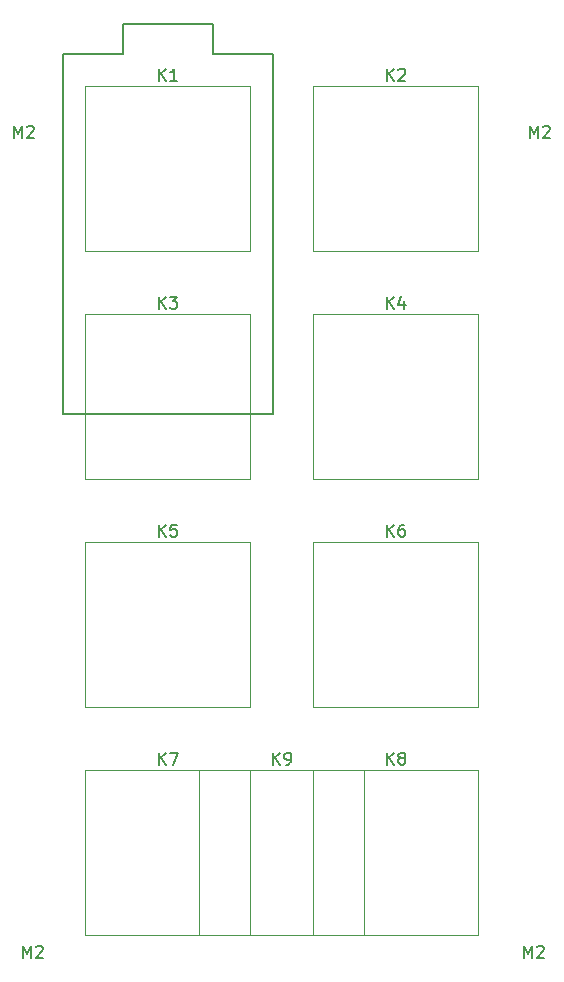
<source format=gto>
G04 #@! TF.GenerationSoftware,KiCad,Pcbnew,(5.0.1)-3*
G04 #@! TF.CreationDate,2019-12-27T22:22:09+02:00*
G04 #@! TF.ProjectId,8Sticc_2u,3853746963635F32752E6B696361645F,rev?*
G04 #@! TF.SameCoordinates,Original*
G04 #@! TF.FileFunction,Legend,Top*
G04 #@! TF.FilePolarity,Positive*
%FSLAX46Y46*%
G04 Gerber Fmt 4.6, Leading zero omitted, Abs format (unit mm)*
G04 Created by KiCad (PCBNEW (5.0.1)-3) date 12/27/19 22:22:09*
%MOMM*%
%LPD*%
G01*
G04 APERTURE LIST*
%ADD10C,0.120000*%
%ADD11C,0.150000*%
G04 APERTURE END LIST*
D10*
G04 #@! TO.C,K9*
X113504750Y-126458750D02*
X127474750Y-126458750D01*
X127474750Y-126458750D02*
X127474750Y-140428750D01*
X127474750Y-140428750D02*
X113504750Y-140428750D01*
X113504750Y-140428750D02*
X113504750Y-126458750D01*
G04 #@! TO.C,K4*
X123156750Y-101820750D02*
X123156750Y-87850750D01*
X137126750Y-101820750D02*
X123156750Y-101820750D01*
X137126750Y-87850750D02*
X137126750Y-101820750D01*
X123156750Y-87850750D02*
X137126750Y-87850750D01*
G04 #@! TO.C,K7*
X103852750Y-140428750D02*
X103852750Y-126458750D01*
X117822750Y-140428750D02*
X103852750Y-140428750D01*
X117822750Y-126458750D02*
X117822750Y-140428750D01*
X103852750Y-126458750D02*
X117822750Y-126458750D01*
G04 #@! TO.C,K8*
X123156750Y-126458750D02*
X137126750Y-126458750D01*
X137126750Y-126458750D02*
X137126750Y-140428750D01*
X137126750Y-140428750D02*
X123156750Y-140428750D01*
X123156750Y-140428750D02*
X123156750Y-126458750D01*
D11*
G04 #@! TO.C,MCU1*
X101947750Y-96359750D02*
X119727750Y-96359750D01*
X119727750Y-96359750D02*
X119727750Y-65879750D01*
X119727750Y-65879750D02*
X114647750Y-65879750D01*
X114647750Y-65879750D02*
X114647750Y-63339750D01*
X114647750Y-63339750D02*
X107027750Y-63339750D01*
X107027750Y-63339750D02*
X107027750Y-65879750D01*
X107027750Y-65879750D02*
X101947750Y-65879750D01*
X101947750Y-65879750D02*
X101947750Y-96359750D01*
D10*
G04 #@! TO.C,K1*
X103852750Y-82516750D02*
X103852750Y-68546750D01*
X117822750Y-82516750D02*
X103852750Y-82516750D01*
X117822750Y-68546750D02*
X117822750Y-82516750D01*
X103852750Y-68546750D02*
X117822750Y-68546750D01*
G04 #@! TO.C,K2*
X123156750Y-68546750D02*
X137126750Y-68546750D01*
X137126750Y-68546750D02*
X137126750Y-82516750D01*
X137126750Y-82516750D02*
X123156750Y-82516750D01*
X123156750Y-82516750D02*
X123156750Y-68546750D01*
G04 #@! TO.C,K3*
X103852750Y-87850750D02*
X117822750Y-87850750D01*
X117822750Y-87850750D02*
X117822750Y-101820750D01*
X117822750Y-101820750D02*
X103852750Y-101820750D01*
X103852750Y-101820750D02*
X103852750Y-87850750D01*
G04 #@! TO.C,K5*
X103852750Y-107154750D02*
X117822750Y-107154750D01*
X117822750Y-107154750D02*
X117822750Y-121124750D01*
X117822750Y-121124750D02*
X103852750Y-121124750D01*
X103852750Y-121124750D02*
X103852750Y-107154750D01*
G04 #@! TO.C,K6*
X123156750Y-121124750D02*
X123156750Y-107154750D01*
X137126750Y-121124750D02*
X123156750Y-121124750D01*
X137126750Y-107154750D02*
X137126750Y-121124750D01*
X123156750Y-107154750D02*
X137126750Y-107154750D01*
G04 #@! TO.C,K9*
D11*
X119751654Y-126022130D02*
X119751654Y-125022130D01*
X120323083Y-126022130D02*
X119894511Y-125450702D01*
X120323083Y-125022130D02*
X119751654Y-125593559D01*
X120799273Y-126022130D02*
X120989750Y-126022130D01*
X121084988Y-125974511D01*
X121132607Y-125926892D01*
X121227845Y-125784035D01*
X121275464Y-125593559D01*
X121275464Y-125212607D01*
X121227845Y-125117369D01*
X121180226Y-125069750D01*
X121084988Y-125022130D01*
X120894511Y-125022130D01*
X120799273Y-125069750D01*
X120751654Y-125117369D01*
X120704035Y-125212607D01*
X120704035Y-125450702D01*
X120751654Y-125545940D01*
X120799273Y-125593559D01*
X120894511Y-125641178D01*
X121084988Y-125641178D01*
X121180226Y-125593559D01*
X121227845Y-125545940D01*
X121275464Y-125450702D01*
G04 #@! TO.C,K4*
X129403654Y-87414130D02*
X129403654Y-86414130D01*
X129975083Y-87414130D02*
X129546511Y-86842702D01*
X129975083Y-86414130D02*
X129403654Y-86985559D01*
X130832226Y-86747464D02*
X130832226Y-87414130D01*
X130594130Y-86366511D02*
X130356035Y-87080797D01*
X130975083Y-87080797D01*
G04 #@! TO.C,K7*
X110099654Y-126022130D02*
X110099654Y-125022130D01*
X110671083Y-126022130D02*
X110242511Y-125450702D01*
X110671083Y-125022130D02*
X110099654Y-125593559D01*
X111004416Y-125022130D02*
X111671083Y-125022130D01*
X111242511Y-126022130D01*
G04 #@! TO.C,K8*
X129403654Y-126022130D02*
X129403654Y-125022130D01*
X129975083Y-126022130D02*
X129546511Y-125450702D01*
X129975083Y-125022130D02*
X129403654Y-125593559D01*
X130546511Y-125450702D02*
X130451273Y-125403083D01*
X130403654Y-125355464D01*
X130356035Y-125260226D01*
X130356035Y-125212607D01*
X130403654Y-125117369D01*
X130451273Y-125069750D01*
X130546511Y-125022130D01*
X130736988Y-125022130D01*
X130832226Y-125069750D01*
X130879845Y-125117369D01*
X130927464Y-125212607D01*
X130927464Y-125260226D01*
X130879845Y-125355464D01*
X130832226Y-125403083D01*
X130736988Y-125450702D01*
X130546511Y-125450702D01*
X130451273Y-125498321D01*
X130403654Y-125545940D01*
X130356035Y-125641178D01*
X130356035Y-125831654D01*
X130403654Y-125926892D01*
X130451273Y-125974511D01*
X130546511Y-126022130D01*
X130736988Y-126022130D01*
X130832226Y-125974511D01*
X130879845Y-125926892D01*
X130927464Y-125831654D01*
X130927464Y-125641178D01*
X130879845Y-125545940D01*
X130832226Y-125498321D01*
X130736988Y-125450702D01*
G04 #@! TO.C,M2*
X98598226Y-142380130D02*
X98598226Y-141380130D01*
X98931559Y-142094416D01*
X99264892Y-141380130D01*
X99264892Y-142380130D01*
X99693464Y-141475369D02*
X99741083Y-141427750D01*
X99836321Y-141380130D01*
X100074416Y-141380130D01*
X100169654Y-141427750D01*
X100217273Y-141475369D01*
X100264892Y-141570607D01*
X100264892Y-141665845D01*
X100217273Y-141808702D01*
X99645845Y-142380130D01*
X100264892Y-142380130D01*
X141016226Y-142380130D02*
X141016226Y-141380130D01*
X141349559Y-142094416D01*
X141682892Y-141380130D01*
X141682892Y-142380130D01*
X142111464Y-141475369D02*
X142159083Y-141427750D01*
X142254321Y-141380130D01*
X142492416Y-141380130D01*
X142587654Y-141427750D01*
X142635273Y-141475369D01*
X142682892Y-141570607D01*
X142682892Y-141665845D01*
X142635273Y-141808702D01*
X142063845Y-142380130D01*
X142682892Y-142380130D01*
X141524226Y-72936130D02*
X141524226Y-71936130D01*
X141857559Y-72650416D01*
X142190892Y-71936130D01*
X142190892Y-72936130D01*
X142619464Y-72031369D02*
X142667083Y-71983750D01*
X142762321Y-71936130D01*
X143000416Y-71936130D01*
X143095654Y-71983750D01*
X143143273Y-72031369D01*
X143190892Y-72126607D01*
X143190892Y-72221845D01*
X143143273Y-72364702D01*
X142571845Y-72936130D01*
X143190892Y-72936130D01*
X97836226Y-72936130D02*
X97836226Y-71936130D01*
X98169559Y-72650416D01*
X98502892Y-71936130D01*
X98502892Y-72936130D01*
X98931464Y-72031369D02*
X98979083Y-71983750D01*
X99074321Y-71936130D01*
X99312416Y-71936130D01*
X99407654Y-71983750D01*
X99455273Y-72031369D01*
X99502892Y-72126607D01*
X99502892Y-72221845D01*
X99455273Y-72364702D01*
X98883845Y-72936130D01*
X99502892Y-72936130D01*
G04 #@! TO.C,K1*
X110099654Y-68110130D02*
X110099654Y-67110130D01*
X110671083Y-68110130D02*
X110242511Y-67538702D01*
X110671083Y-67110130D02*
X110099654Y-67681559D01*
X111623464Y-68110130D02*
X111052035Y-68110130D01*
X111337750Y-68110130D02*
X111337750Y-67110130D01*
X111242511Y-67252988D01*
X111147273Y-67348226D01*
X111052035Y-67395845D01*
G04 #@! TO.C,K2*
X129403654Y-68110130D02*
X129403654Y-67110130D01*
X129975083Y-68110130D02*
X129546511Y-67538702D01*
X129975083Y-67110130D02*
X129403654Y-67681559D01*
X130356035Y-67205369D02*
X130403654Y-67157750D01*
X130498892Y-67110130D01*
X130736988Y-67110130D01*
X130832226Y-67157750D01*
X130879845Y-67205369D01*
X130927464Y-67300607D01*
X130927464Y-67395845D01*
X130879845Y-67538702D01*
X130308416Y-68110130D01*
X130927464Y-68110130D01*
G04 #@! TO.C,K3*
X110099654Y-87414130D02*
X110099654Y-86414130D01*
X110671083Y-87414130D02*
X110242511Y-86842702D01*
X110671083Y-86414130D02*
X110099654Y-86985559D01*
X111004416Y-86414130D02*
X111623464Y-86414130D01*
X111290130Y-86795083D01*
X111432988Y-86795083D01*
X111528226Y-86842702D01*
X111575845Y-86890321D01*
X111623464Y-86985559D01*
X111623464Y-87223654D01*
X111575845Y-87318892D01*
X111528226Y-87366511D01*
X111432988Y-87414130D01*
X111147273Y-87414130D01*
X111052035Y-87366511D01*
X111004416Y-87318892D01*
G04 #@! TO.C,K5*
X110099654Y-106718130D02*
X110099654Y-105718130D01*
X110671083Y-106718130D02*
X110242511Y-106146702D01*
X110671083Y-105718130D02*
X110099654Y-106289559D01*
X111575845Y-105718130D02*
X111099654Y-105718130D01*
X111052035Y-106194321D01*
X111099654Y-106146702D01*
X111194892Y-106099083D01*
X111432988Y-106099083D01*
X111528226Y-106146702D01*
X111575845Y-106194321D01*
X111623464Y-106289559D01*
X111623464Y-106527654D01*
X111575845Y-106622892D01*
X111528226Y-106670511D01*
X111432988Y-106718130D01*
X111194892Y-106718130D01*
X111099654Y-106670511D01*
X111052035Y-106622892D01*
G04 #@! TO.C,K6*
X129403654Y-106718130D02*
X129403654Y-105718130D01*
X129975083Y-106718130D02*
X129546511Y-106146702D01*
X129975083Y-105718130D02*
X129403654Y-106289559D01*
X130832226Y-105718130D02*
X130641750Y-105718130D01*
X130546511Y-105765750D01*
X130498892Y-105813369D01*
X130403654Y-105956226D01*
X130356035Y-106146702D01*
X130356035Y-106527654D01*
X130403654Y-106622892D01*
X130451273Y-106670511D01*
X130546511Y-106718130D01*
X130736988Y-106718130D01*
X130832226Y-106670511D01*
X130879845Y-106622892D01*
X130927464Y-106527654D01*
X130927464Y-106289559D01*
X130879845Y-106194321D01*
X130832226Y-106146702D01*
X130736988Y-106099083D01*
X130546511Y-106099083D01*
X130451273Y-106146702D01*
X130403654Y-106194321D01*
X130356035Y-106289559D01*
G04 #@! TD*
M02*

</source>
